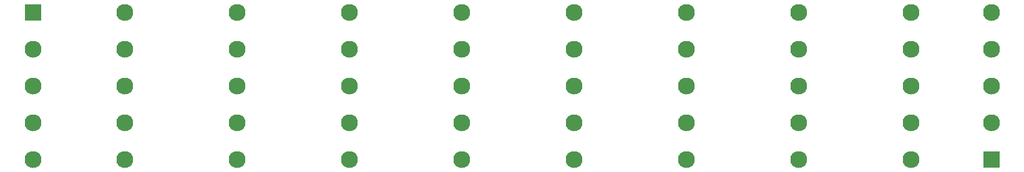
<source format=gbl>
G04 Layer: BottomLayer*
G04 EasyEDA v6.4.25, 2021-12-12T20:56:00+02:00*
G04 4092842e100643a18230132d8ada3433,1f0f20c424864fadbde79754da5e519f,10*
G04 Gerber Generator version 0.2*
G04 Scale: 100 percent, Rotated: No, Reflected: No *
G04 Dimensions in millimeters *
G04 leading zeros omitted , absolute positions ,4 integer and 5 decimal *
%FSLAX45Y45*%
%MOMM*%

%ADD12C,2.3000*%
%ADD13R,2.3000X2.3000*%

%LPD*%
D12*
G01*
X1993900Y-1006602D03*
G01*
X1993900Y-1506601D03*
G01*
X1993900Y-2006600D03*
G01*
X1993900Y-2506624D03*
G01*
X1993900Y-3006623D03*
G01*
X3517900Y-1006602D03*
G01*
X3517900Y-1506601D03*
G01*
X3517900Y-2006600D03*
G01*
X3517900Y-2506624D03*
G01*
X3517900Y-3006623D03*
G01*
X5041900Y-1006602D03*
G01*
X5041900Y-1506601D03*
G01*
X5041900Y-2006600D03*
G01*
X5041900Y-2506624D03*
G01*
X5041900Y-3006623D03*
G01*
X6565900Y-1006602D03*
G01*
X6565900Y-1506601D03*
G01*
X6565900Y-2006600D03*
G01*
X6565900Y-2506624D03*
G01*
X6565900Y-3006623D03*
G01*
X8089900Y-1006602D03*
G01*
X8089900Y-1506601D03*
G01*
X8089900Y-2006600D03*
G01*
X8089900Y-2506624D03*
G01*
X8089900Y-3006623D03*
G01*
X9613900Y-1006602D03*
G01*
X9613900Y-1506601D03*
G01*
X9613900Y-2006600D03*
G01*
X9613900Y-2506624D03*
G01*
X9613900Y-3006623D03*
G01*
X11137900Y-1006602D03*
G01*
X11137900Y-1506601D03*
G01*
X11137900Y-2006600D03*
G01*
X11137900Y-2506624D03*
G01*
X11137900Y-3006623D03*
G01*
X12661900Y-1006602D03*
G01*
X12661900Y-1506601D03*
G01*
X12661900Y-2006600D03*
G01*
X12661900Y-2506624D03*
G01*
X12661900Y-3006623D03*
D13*
G01*
X749300Y-1006602D03*
D12*
G01*
X749300Y-1506601D03*
G01*
X749300Y-2006600D03*
G01*
X749300Y-2506598D03*
G01*
X749300Y-3006597D03*
D13*
G01*
X13754100Y-3006597D03*
D12*
G01*
X13754100Y-2506598D03*
G01*
X13754100Y-2006600D03*
G01*
X13754100Y-1506601D03*
G01*
X13754100Y-1006602D03*
M02*

</source>
